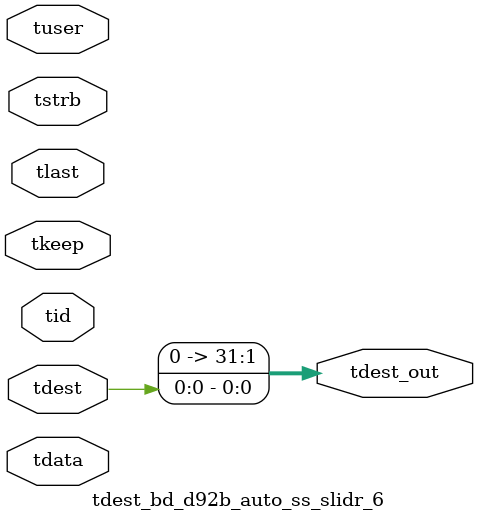
<source format=v>


`timescale 1ps/1ps

module tdest_bd_d92b_auto_ss_slidr_6 #
(
parameter C_S_AXIS_TDATA_WIDTH = 32,
parameter C_S_AXIS_TUSER_WIDTH = 0,
parameter C_S_AXIS_TID_WIDTH   = 0,
parameter C_S_AXIS_TDEST_WIDTH = 0,
parameter C_M_AXIS_TDEST_WIDTH = 32
)
(
input  [(C_S_AXIS_TDATA_WIDTH == 0 ? 1 : C_S_AXIS_TDATA_WIDTH)-1:0     ] tdata,
input  [(C_S_AXIS_TUSER_WIDTH == 0 ? 1 : C_S_AXIS_TUSER_WIDTH)-1:0     ] tuser,
input  [(C_S_AXIS_TID_WIDTH   == 0 ? 1 : C_S_AXIS_TID_WIDTH)-1:0       ] tid,
input  [(C_S_AXIS_TDEST_WIDTH == 0 ? 1 : C_S_AXIS_TDEST_WIDTH)-1:0     ] tdest,
input  [(C_S_AXIS_TDATA_WIDTH/8)-1:0 ] tkeep,
input  [(C_S_AXIS_TDATA_WIDTH/8)-1:0 ] tstrb,
input                                                                    tlast,
output [C_M_AXIS_TDEST_WIDTH-1:0] tdest_out
);

assign tdest_out = {tdest[0:0]};

endmodule


</source>
